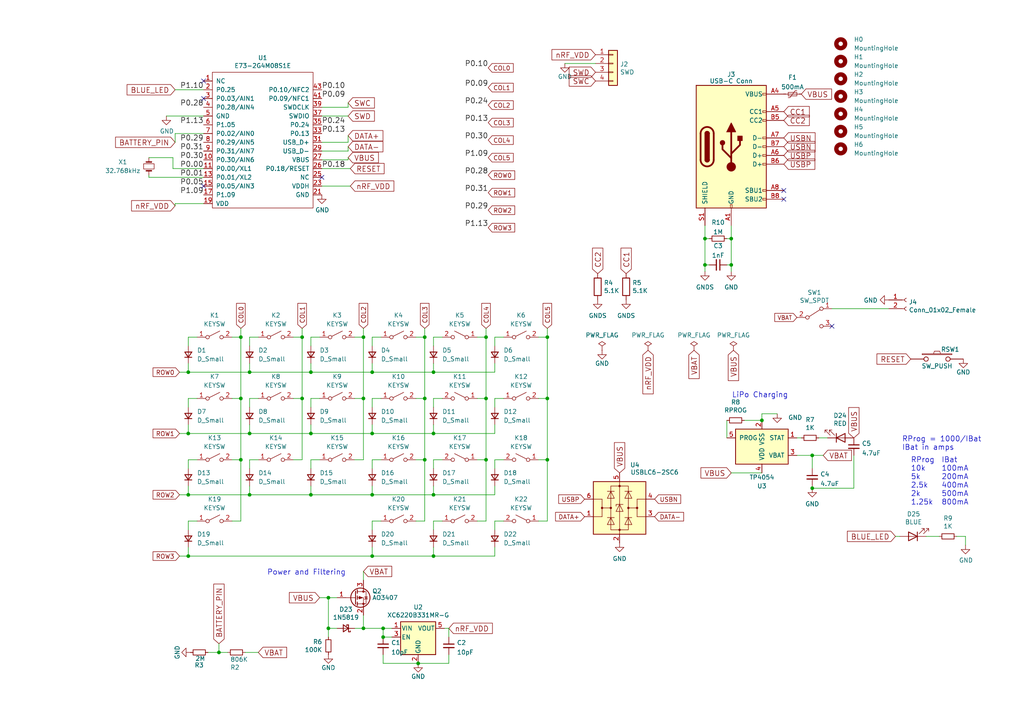
<source format=kicad_sch>
(kicad_sch (version 20230121) (generator eeschema)
  (paper "A4")
  (title_block (title "Skean") (date "2023-03-15") (rev "0.3"))
  (junction (at 235.585 141.605))
  (junction (at 95.25 173.355))
  (junction (at 107.95 107.95) (diameter 0.9144))
  (junction (at 235.585 132.08))
  (junction (at 69.85 97.79) (diameter 0.9144))
  (junction (at 111.125 184.785))
  (junction (at 105.41 182.245))
  (junction (at 54.61 107.95) (diameter 0.9144))
  (junction (at 121.285 192.405))
  (junction (at 72.39 125.73) (diameter 0.9144))
  (junction (at 125.73 143.51) (diameter 0.9144))
  (junction (at 54.61 125.73) (diameter 0.9144))
  (junction (at 204.47 69.215))
  (junction (at 212.09 69.215))
  (junction (at 105.41 115.57) (diameter 0.9144))
  (junction (at 69.85 133.35) (diameter 0.9144))
  (junction (at 123.19 97.79) (diameter 0.9144))
  (junction (at 69.85 115.57) (diameter 0.9144))
  (junction (at 72.39 143.51) (diameter 0.9144))
  (junction (at 125.73 107.95) (diameter 0.9144))
  (junction (at 87.63 115.57) (diameter 0.9144))
  (junction (at 107.95 143.51) (diameter 0.9144))
  (junction (at 212.09 76.835))
  (junction (at 158.75 97.79) (diameter 0.9144))
  (junction (at 140.97 115.57) (diameter 0.9144))
  (junction (at 54.61 143.51) (diameter 0.9144))
  (junction (at 125.73 125.73) (diameter 0.9144))
  (junction (at 158.75 115.57) (diameter 0.9144))
  (junction (at 87.63 97.79) (diameter 0.9144))
  (junction (at 123.19 115.57) (diameter 0.9144))
  (junction (at 90.17 143.51) (diameter 0.9144))
  (junction (at 105.41 97.79) (diameter 0.9144))
  (junction (at 204.47 76.835))
  (junction (at 95.25 182.245))
  (junction (at 90.17 107.95) (diameter 0.9144))
  (junction (at 123.19 133.35) (diameter 0.9144))
  (junction (at 140.97 97.79) (diameter 0.9144))
  (junction (at 111.125 182.245))
  (junction (at 107.95 125.73) (diameter 0.9144))
  (junction (at 140.97 133.35) (diameter 0.9144))
  (junction (at 220.98 121.92))
  (junction (at 72.39 107.95) (diameter 0.9144))
  (junction (at 107.95 161.29) (diameter 0.9144))
  (junction (at 54.61 161.29) (diameter 0.9144))
  (junction (at 63.5 189.23))
  (junction (at 90.17 125.73) (diameter 0.9144))
  (junction (at 158.75 133.35) (diameter 0.9144))
  (junction (at 125.73 161.29) (diameter 0.9144))
  (no_connect (at 227.33 55.245))
  (no_connect (at 59.055 28.575))
  (no_connect (at 227.33 57.785))
  (no_connect (at 59.055 53.975))
  (no_connect (at 241.3 94.615))
  (no_connect (at 59.055 23.495))
  (no_connect (at 93.345 51.435))
  (wire (pts (xy 143.51 133.35) (xy 143.51 135.89)))
  (wire (pts (xy 72.39 143.51) (xy 90.17 143.51)))
  (wire (pts (xy 158.75 115.57) (xy 158.75 133.35)))
  (wire (pts (xy 277.495 155.575) (xy 280.035 155.575)))
  (wire (pts (xy 210.82 69.215) (xy 212.09 69.215)))
  (wire (pts (xy 100.965 39.37) (xy 100.965 41.275)))
  (wire (pts (xy 125.73 133.35) (xy 125.73 135.89)))
  (wire (pts (xy 143.51 123.19) (xy 143.51 125.73)))
  (wire (pts (xy 74.93 97.79) (xy 72.39 97.79)))
  (wire (pts (xy 54.61 107.95) (xy 72.39 107.95)))
  (wire (pts (xy 102.87 115.57) (xy 105.41 115.57)))
  (wire (pts (xy 128.27 133.35) (xy 125.73 133.35)))
  (wire (pts (xy 63.5 186.69) (xy 63.5 189.23)))
  (wire (pts (xy 143.51 105.41) (xy 143.51 107.95)))
  (wire (pts (xy 72.39 105.41) (xy 72.39 107.95)))
  (wire (pts (xy 220.98 120.015) (xy 220.98 121.92)))
  (wire (pts (xy 225.425 120.015) (xy 220.98 120.015)))
  (wire (pts (xy 143.51 143.51) (xy 143.51 140.97)))
  (wire (pts (xy 87.63 97.79) (xy 87.63 115.57)))
  (wire (pts (xy 110.49 151.13) (xy 107.95 151.13)))
  (wire (pts (xy 158.75 133.35) (xy 158.75 151.13)))
  (wire (pts (xy 54.61 143.51) (xy 72.39 143.51)))
  (wire (pts (xy 210.82 76.835) (xy 212.09 76.835)))
  (wire (pts (xy 125.73 123.19) (xy 125.73 125.73)))
  (wire (pts (xy 232.41 127) (xy 231.14 127)))
  (wire (pts (xy 54.61 123.19) (xy 54.61 125.73)))
  (wire (pts (xy 54.61 125.73) (xy 72.39 125.73)))
  (wire (pts (xy 125.73 140.97) (xy 125.73 143.51)))
  (wire (pts (xy 125.73 105.41) (xy 125.73 107.95)))
  (wire (pts (xy 87.63 95.25) (xy 87.63 97.79)))
  (wire (pts (xy 95.25 184.785) (xy 95.25 182.245)))
  (wire (pts (xy 52.07 107.95) (xy 54.61 107.95)))
  (wire (pts (xy 172.72 18.415) (xy 163.83 18.415)))
  (wire (pts (xy 105.41 182.245) (xy 111.125 182.245)))
  (wire (pts (xy 123.19 95.25) (xy 123.19 97.79)))
  (wire (pts (xy 143.51 115.57) (xy 143.51 118.11)))
  (wire (pts (xy 102.87 133.35) (xy 105.41 133.35)))
  (wire (pts (xy 158.75 97.79) (xy 158.75 115.57)))
  (wire (pts (xy 140.97 97.79) (xy 140.97 115.57)))
  (wire (pts (xy 120.65 115.57) (xy 123.19 115.57)))
  (wire (pts (xy 90.17 105.41) (xy 90.17 107.95)))
  (wire (pts (xy 128.27 115.57) (xy 125.73 115.57)))
  (wire (pts (xy 105.41 178.435) (xy 105.41 182.245)))
  (wire (pts (xy 138.43 97.79) (xy 140.97 97.79)))
  (wire (pts (xy 107.95 105.41) (xy 107.95 107.95)))
  (wire (pts (xy 158.75 95.25) (xy 158.75 97.79)))
  (wire (pts (xy 100.965 46.355) (xy 93.345 46.355)))
  (wire (pts (xy 107.95 123.19) (xy 107.95 125.73)))
  (wire (pts (xy 235.585 140.97) (xy 235.585 141.605)))
  (wire (pts (xy 123.19 133.35) (xy 123.19 151.13)))
  (wire (pts (xy 110.49 133.35) (xy 107.95 133.35)))
  (wire (pts (xy 140.97 133.35) (xy 140.97 151.13)))
  (wire (pts (xy 72.39 115.57) (xy 72.39 118.11)))
  (wire (pts (xy 156.21 151.13) (xy 158.75 151.13)))
  (wire (pts (xy 85.09 133.35) (xy 87.63 133.35)))
  (wire (pts (xy 128.905 182.245) (xy 130.175 182.245)))
  (wire (pts (xy 120.65 133.35) (xy 123.19 133.35)))
  (wire (pts (xy 107.95 158.75) (xy 107.95 161.29)))
  (wire (pts (xy 72.39 123.19) (xy 72.39 125.73)))
  (wire (pts (xy 50.8 59.055) (xy 59.055 59.055)))
  (wire (pts (xy 54.61 115.57) (xy 54.61 118.11)))
  (wire (pts (xy 67.31 151.13) (xy 69.85 151.13)))
  (wire (pts (xy 50.8 59.055) (xy 50.8 59.69)))
  (wire (pts (xy 92.71 133.35) (xy 90.17 133.35)))
  (wire (pts (xy 111.125 189.865) (xy 111.125 192.405)))
  (wire (pts (xy 130.175 189.865) (xy 130.175 192.405)))
  (wire (pts (xy 107.95 161.29) (xy 125.73 161.29)))
  (wire (pts (xy 204.47 65.405) (xy 204.47 69.215)))
  (wire (pts (xy 63.5 189.23) (xy 60.325 189.23)))
  (wire (pts (xy 93.345 48.895) (xy 101.6 48.895)))
  (wire (pts (xy 43.18 51.435) (xy 59.055 51.435)))
  (wire (pts (xy 215.9 121.92) (xy 220.98 121.92)))
  (wire (pts (xy 54.61 151.13) (xy 54.61 153.67)))
  (wire (pts (xy 111.125 192.405) (xy 121.285 192.405)))
  (wire (pts (xy 54.61 105.41) (xy 54.61 107.95)))
  (wire (pts (xy 143.51 158.75) (xy 143.51 161.29)))
  (wire (pts (xy 102.87 97.79) (xy 105.41 97.79)))
  (wire (pts (xy 241.3 89.535) (xy 257.81 89.535)))
  (wire (pts (xy 212.09 65.405) (xy 212.09 69.215)))
  (wire (pts (xy 212.09 69.215) (xy 212.09 76.835)))
  (wire (pts (xy 212.09 76.835) (xy 212.09 78.74)))
  (wire (pts (xy 120.65 151.13) (xy 123.19 151.13)))
  (wire (pts (xy 54.61 140.97) (xy 54.61 143.51)))
  (wire (pts (xy 120.65 97.79) (xy 123.19 97.79)))
  (wire (pts (xy 69.85 97.79) (xy 69.85 115.57)))
  (wire (pts (xy 111.125 182.245) (xy 113.665 182.245)))
  (wire (pts (xy 107.95 125.73) (xy 125.73 125.73)))
  (wire (pts (xy 57.15 151.13) (xy 54.61 151.13)))
  (wire (pts (xy 146.05 115.57) (xy 143.51 115.57)))
  (wire (pts (xy 107.95 107.95) (xy 125.73 107.95)))
  (wire (pts (xy 67.31 133.35) (xy 69.85 133.35)))
  (wire (pts (xy 52.07 125.73) (xy 54.61 125.73)))
  (wire (pts (xy 107.95 115.57) (xy 107.95 118.11)))
  (wire (pts (xy 50.165 48.895) (xy 59.055 48.895)))
  (wire (pts (xy 110.49 115.57) (xy 107.95 115.57)))
  (wire (pts (xy 138.43 133.35) (xy 140.97 133.35)))
  (wire (pts (xy 74.93 189.23) (xy 71.12 189.23)))
  (wire (pts (xy 67.31 97.79) (xy 69.85 97.79)))
  (wire (pts (xy 125.73 125.73) (xy 143.51 125.73)))
  (wire (pts (xy 138.43 151.13) (xy 140.97 151.13)))
  (wire (pts (xy 100.965 29.845) (xy 100.965 31.115)))
  (wire (pts (xy 130.175 192.405) (xy 121.285 192.405)))
  (wire (pts (xy 105.41 95.25) (xy 105.41 97.79)))
  (wire (pts (xy 204.47 69.215) (xy 204.47 76.835)))
  (wire (pts (xy 204.47 76.835) (xy 204.47 78.74)))
  (wire (pts (xy 204.47 76.835) (xy 205.74 76.835)))
  (wire (pts (xy 125.73 115.57) (xy 125.73 118.11)))
  (wire (pts (xy 93.345 53.975) (xy 101.6 53.975)))
  (wire (pts (xy 43.18 51.435) (xy 43.18 50.8)))
  (wire (pts (xy 85.09 115.57) (xy 87.63 115.57)))
  (wire (pts (xy 90.17 133.35) (xy 90.17 135.89)))
  (wire (pts (xy 156.21 97.79) (xy 158.75 97.79)))
  (wire (pts (xy 146.05 151.13) (xy 143.51 151.13)))
  (wire (pts (xy 125.73 158.75) (xy 125.73 161.29)))
  (wire (pts (xy 52.07 161.29) (xy 54.61 161.29)))
  (wire (pts (xy 54.61 161.29) (xy 107.95 161.29)))
  (wire (pts (xy 125.73 161.29) (xy 143.51 161.29)))
  (wire (pts (xy 247.65 132.08) (xy 247.65 141.605)))
  (wire (pts (xy 247.65 141.605) (xy 235.585 141.605)))
  (wire (pts (xy 90.17 140.97) (xy 90.17 143.51)))
  (wire (pts (xy 72.39 97.79) (xy 72.39 100.33)))
  (wire (pts (xy 110.49 97.79) (xy 107.95 97.79)))
  (wire (pts (xy 100.965 45.72) (xy 100.965 46.355)))
  (wire (pts (xy 57.15 133.35) (xy 54.61 133.35)))
  (wire (pts (xy 90.17 115.57) (xy 90.17 118.11)))
  (wire (pts (xy 125.73 143.51) (xy 143.51 143.51)))
  (wire (pts (xy 90.17 107.95) (xy 107.95 107.95)))
  (wire (pts (xy 240.03 127) (xy 237.49 127)))
  (wire (pts (xy 143.51 97.79) (xy 143.51 100.33)))
  (wire (pts (xy 72.39 107.95) (xy 90.17 107.95)))
  (wire (pts (xy 50.165 45.72) (xy 43.18 45.72)))
  (wire (pts (xy 50.165 48.895) (xy 50.165 45.72)))
  (wire (pts (xy 156.21 133.35) (xy 158.75 133.35)))
  (wire (pts (xy 72.39 133.35) (xy 72.39 135.89)))
  (wire (pts (xy 140.97 115.57) (xy 140.97 133.35)))
  (wire (pts (xy 280.035 158.115) (xy 280.035 155.575)))
  (wire (pts (xy 67.31 115.57) (xy 69.85 115.57)))
  (wire (pts (xy 95.25 173.355) (xy 97.79 173.355)))
  (wire (pts (xy 231.14 132.08) (xy 235.585 132.08)))
  (wire (pts (xy 235.585 132.08) (xy 238.76 132.08)))
  (wire (pts (xy 50.8 38.735) (xy 50.8 41.275)))
  (wire (pts (xy 235.585 132.08) (xy 235.585 135.89)))
  (wire (pts (xy 85.09 97.79) (xy 87.63 97.79)))
  (wire (pts (xy 128.27 151.13) (xy 125.73 151.13)))
  (wire (pts (xy 54.61 158.75) (xy 54.61 161.29)))
  (wire (pts (xy 107.95 140.97) (xy 107.95 143.51)))
  (wire (pts (xy 54.61 97.79) (xy 54.61 100.33)))
  (wire (pts (xy 156.21 115.57) (xy 158.75 115.57)))
  (wire (pts (xy 123.19 97.79) (xy 123.19 115.57)))
  (wire (pts (xy 95.25 182.245) (xy 97.79 182.245)))
  (wire (pts (xy 259.715 155.575) (xy 260.985 155.575)))
  (wire (pts (xy 92.71 115.57) (xy 90.17 115.57)))
  (wire (pts (xy 113.665 184.785) (xy 111.125 184.785)))
  (wire (pts (xy 52.07 143.51) (xy 54.61 143.51)))
  (wire (pts (xy 146.05 133.35) (xy 143.51 133.35)))
  (wire (pts (xy 140.97 95.25) (xy 140.97 97.79)))
  (wire (pts (xy 90.17 125.73) (xy 107.95 125.73)))
  (wire (pts (xy 125.73 151.13) (xy 125.73 153.67)))
  (wire (pts (xy 50.8 26.035) (xy 59.055 26.035)))
  (wire (pts (xy 123.19 115.57) (xy 123.19 133.35)))
  (wire (pts (xy 72.39 125.73) (xy 90.17 125.73)))
  (wire (pts (xy 100.965 42.545) (xy 100.965 43.815)))
  (wire (pts (xy 100.965 31.115) (xy 93.345 31.115)))
  (wire (pts (xy 57.15 115.57) (xy 54.61 115.57)))
  (wire (pts (xy 66.04 189.23) (xy 63.5 189.23)))
  (wire (pts (xy 72.39 140.97) (xy 72.39 143.51)))
  (wire (pts (xy 107.95 151.13) (xy 107.95 153.67)))
  (wire (pts (xy 100.965 41.275) (xy 93.345 41.275)))
  (wire (pts (xy 57.15 97.79) (xy 54.61 97.79)))
  (wire (pts (xy 204.47 69.215) (xy 205.74 69.215)))
  (wire (pts (xy 138.43 115.57) (xy 140.97 115.57)))
  (wire (pts (xy 100.965 43.815) (xy 93.345 43.815)))
  (wire (pts (xy 69.85 95.25) (xy 69.85 97.79)))
  (wire (pts (xy 50.8 38.735) (xy 59.055 38.735)))
  (wire (pts (xy 48.26 33.655) (xy 59.055 33.655)))
  (wire (pts (xy 100.965 33.655) (xy 93.345 33.655)))
  (wire (pts (xy 74.93 115.57) (xy 72.39 115.57)))
  (wire (pts (xy 125.73 97.79) (xy 125.73 100.33)))
  (wire (pts (xy 146.05 97.79) (xy 143.51 97.79)))
  (wire (pts (xy 92.71 173.355) (xy 95.25 173.355)))
  (wire (pts (xy 107.95 97.79) (xy 107.95 100.33)))
  (wire (pts (xy 210.82 121.92) (xy 210.82 127)))
  (wire (pts (xy 92.71 97.79) (xy 90.17 97.79)))
  (wire (pts (xy 90.17 97.79) (xy 90.17 100.33)))
  (wire (pts (xy 95.25 182.245) (xy 95.25 173.355)))
  (wire (pts (xy 107.95 133.35) (xy 107.95 135.89)))
  (wire (pts (xy 105.41 115.57) (xy 105.41 133.35)))
  (wire (pts (xy 87.63 115.57) (xy 87.63 133.35)))
  (wire (pts (xy 107.95 143.51) (xy 125.73 143.51)))
  (wire (pts (xy 69.85 115.57) (xy 69.85 133.35)))
  (wire (pts (xy 54.61 133.35) (xy 54.61 135.89)))
  (wire (pts (xy 69.85 133.35) (xy 69.85 151.13)))
  (wire (pts (xy 130.175 182.245) (xy 130.175 184.785)))
  (wire (pts (xy 105.41 165.735) (xy 105.41 168.275)))
  (wire (pts (xy 102.87 182.245) (xy 105.41 182.245)))
  (wire (pts (xy 212.09 137.16) (xy 220.98 137.16)))
  (wire (pts (xy 143.51 151.13) (xy 143.51 153.67)))
  (wire (pts (xy 111.125 184.785) (xy 111.125 182.245)))
  (wire (pts (xy 128.27 97.79) (xy 125.73 97.79)))
  (wire (pts (xy 90.17 143.51) (xy 107.95 143.51)))
  (wire (pts (xy 105.41 97.79) (xy 105.41 115.57)))
  (wire (pts (xy 74.93 133.35) (xy 72.39 133.35)))
  (wire (pts (xy 268.605 155.575) (xy 272.415 155.575)))
  (wire (pts (xy 90.17 123.19) (xy 90.17 125.73)))
  (wire (pts (xy 125.73 107.95) (xy 143.51 107.95)))
  (text "LiPo Charging\n" (at 228.6 115.57 0) (effects (font (size 1.524 1.524)) (justify right bottom)))
  (text "RProg = 1000/IBat\nIBat in amps" (at 261.62 130.81 0) (effects (font (size 1.524 1.524)) (justify left bottom)))
  (text "IBat\n100mA\n200mA\n400mA\n500mA\n800mA" (at 273.05 146.685 0) (effects (font (size 1.524 1.524)) (justify left bottom)))
  (text "Power and Filtering" (at 77.47 167.005 0) (effects (font (size 1.524 1.524)) (justify left bottom)))
  (text "RProg\n10k\n5k\n2.5k\n2k\n1.25k" (at 264.16 146.685 0) (effects (font (size 1.524 1.524)) (justify left bottom)))
  (label "P0.09" (at 141.605 25.4 180) (effects (font (size 1.524 1.524))))
  (label "P0.29" (at 141.605 60.96 180) (effects (font (size 1.524 1.524))))
  (label "P0.31" (at 59.055 43.815 180) (effects (font (size 1.524 1.524))))
  (label "P0.29" (at 59.055 41.275 180) (effects (font (size 1.524 1.524))))
  (label "P0.30" (at 141.605 40.64 180) (effects (font (size 1.524 1.524))))
  (label "P0.28" (at 59.055 31.115 180) (effects (font (size 1.524 1.524))))
  (label "P0.18" (at 93.345 48.895 0) (effects (font (size 1.524 1.524))))
  (label "P1.13" (at 141.605 66.04 180) (effects (font (size 1.524 1.524))))
  (label "P0.01" (at 59.055 51.435 180) (effects (font (size 1.524 1.524))))
  (label "P1.10" (at 59.055 26.035 180) (effects (font (size 1.524 1.524))))
  (label "P0.28" (at 141.605 50.8 180) (effects (font (size 1.524 1.524))))
  (label "P0.10" (at 93.345 26.035 0) (effects (font (size 1.524 1.524))))
  (label "P0.00" (at 59.055 48.895 180) (effects (font (size 1.524 1.524))))
  (label "P0.09" (at 93.345 28.575 0) (effects (font (size 1.524 1.524))))
  (label "P0.31" (at 141.605 55.88 180) (effects (font (size 1.524 1.524))))
  (label "P1.13" (at 59.055 36.195 180) (effects (font (size 1.524 1.524))))
  (label "P0.13" (at 93.345 38.735 0) (effects (font (size 1.524 1.524))))
  (label "P0.24" (at 93.345 36.195 0) (effects (font (size 1.524 1.524))))
  (label "P0.13" (at 141.605 35.56 180) (effects (font (size 1.524 1.524))))
  (label "P0.30" (at 59.055 46.355 180) (effects (font (size 1.524 1.524))))
  (label "P0.05" (at 59.055 53.975 180) (effects (font (size 1.524 1.524))))
  (label "P0.24" (at 141.605 30.48 180) (effects (font (size 1.524 1.524))))
  (label "P1.09" (at 59.055 56.515 180) (effects (font (size 1.524 1.524))))
  (label "P0.10" (at 141.605 19.685 180) (effects (font (size 1.524 1.524))))
  (label "P1.09" (at 141.605 45.72 180) (effects (font (size 1.524 1.524))))
  (global_label "VBUS" (shape input) (at 179.705 137.16 90) (effects (font (size 1.524 1.524))) (property "Intersheetrefs" "${INTERSHEET_REFS}" (effects hide)))
  (global_label "BLUE_LED" (shape input) (at 50.8 26.035 180) (effects (font (size 1.524 1.524))) (property "Intersheetrefs" "${INTERSHEET_REFS}" (effects hide)))
  (global_label "VBUS" (shape input) (at 100.965 45.72 0) (effects (font (size 1.524 1.524))) (property "Intersheetrefs" "${INTERSHEET_REFS}" (effects hide)))
  (global_label "ROW2" (shape input) (at 52.07 143.51 180) (property "Intersheetrefs" "${INTERSHEET_REFS}" (effects hide)))
  (global_label "CC1" (shape input) (at 227.33 32.385 0) (effects (font (size 1.524 1.524))) (property "Intersheetrefs" "${INTERSHEET_REFS}" (effects hide)))
  (global_label "USBN" (shape input) (at 189.865 144.78 0) (property "Intersheetrefs" "${INTERSHEET_REFS}" (effects hide)))
  (global_label "COL1" (shape input) (at 87.63 95.25 90) (property "Intersheetrefs" "${INTERSHEET_REFS}" (effects hide)))
  (global_label "VBAT" (shape input) (at 238.76 132.08 0) (effects (font (size 1.524 1.524))) (property "Intersheetrefs" "${INTERSHEET_REFS}" (effects hide)))
  (global_label "ROW1" (shape input) (at 52.07 125.73 180) (property "Intersheetrefs" "${INTERSHEET_REFS}" (effects hide)))
  (global_label "VBAT" (shape input) (at 74.93 189.23 0) (effects (font (size 1.524 1.524))) (property "Intersheetrefs" "${INTERSHEET_REFS}" (effects hide)))
  (global_label "nRF_VDD" (shape input) (at 187.96 101.6 270) (effects (font (size 1.524 1.524))) (property "Intersheetrefs" "${INTERSHEET_REFS}" (effects hide)))
  (global_label "BATTERY_PIN" (shape input) (at 50.8 41.275 180) (effects (font (size 1.524 1.524))) (property "Intersheetrefs" "${INTERSHEET_REFS}" (effects hide)))
  (global_label "BLUE_LED" (shape input) (at 259.715 155.575 180) (effects (font (size 1.524 1.524))) (property "Intersheetrefs" "${INTERSHEET_REFS}" (effects hide)))
  (global_label "CC2" (shape input) (at 173.355 79.375 90) (effects (font (size 1.524 1.524))) (property "Intersheetrefs" "${INTERSHEET_REFS}" (effects hide)))
  (global_label "VBUS" (shape input) (at 247.65 127 90) (effects (font (size 1.524 1.524))) (property "Intersheetrefs" "${INTERSHEET_REFS}" (effects hide)))
  (global_label "COL2" (shape input) (at 141.605 30.48 0) (property "Intersheetrefs" "${INTERSHEET_REFS}" (effects hide)))
  (global_label "RESET" (shape input) (at 264.16 104.14 180) (effects (font (size 1.524 1.524))) (property "Intersheetrefs" "${INTERSHEET_REFS}" (effects hide)))
  (global_label "VBAT" (shape input) (at 231.14 92.075 180) (effects (font (size 1.1938 1.1938))) (property "Intersheetrefs" "${INTERSHEET_REFS}" (effects hide)))
  (global_label "nRF_VDD" (shape input) (at 172.72 15.875 180) (effects (font (size 1.524 1.524))) (property "Intersheetrefs" "${INTERSHEET_REFS}" (effects hide)))
  (global_label "SWD" (shape input) (at 172.72 20.955 180) (effects (font (size 1.524 1.524))) (property "Intersheetrefs" "${INTERSHEET_REFS}" (effects hide)))
  (global_label "ROW2" (shape input) (at 141.605 60.96 0) (property "Intersheetrefs" "${INTERSHEET_REFS}" (effects hide)))
  (global_label "ROW0" (shape input) (at 141.605 50.8 0) (property "Intersheetrefs" "${INTERSHEET_REFS}" (effects hide)))
  (global_label "ROW1" (shape input) (at 141.605 55.88 0) (property "Intersheetrefs" "${INTERSHEET_REFS}" (effects hide)))
  (global_label "SWC" (shape input) (at 172.72 23.495 180) (effects (font (size 1.524 1.524))) (property "Intersheetrefs" "${INTERSHEET_REFS}" (effects hide)))
  (global_label "COL5" (shape input) (at 158.75 95.25 90) (property "Intersheetrefs" "${INTERSHEET_REFS}" (effects hide)))
  (global_label "BATTERY_PIN" (shape input) (at 63.5 186.69 90) (effects (font (size 1.524 1.524))) (property "Intersheetrefs" "${INTERSHEET_REFS}" (effects hide)))
  (global_label "USBP" (shape input) (at 169.545 144.78 180) (property "Intersheetrefs" "${INTERSHEET_REFS}" (effects hide)))
  (global_label "CC1" (shape input) (at 181.61 79.375 90) (effects (font (size 1.524 1.524))) (property "Intersheetrefs" "${INTERSHEET_REFS}" (effects hide)))
  (global_label "CC2" (shape input) (at 227.33 34.925 0) (effects (font (size 1.524 1.524))) (property "Intersheetrefs" "${INTERSHEET_REFS}" (effects hide)))
  (global_label "VBUS" (shape input) (at 92.71 173.355 180) (effects (font (size 1.524 1.524))) (property "Intersheetrefs" "${INTERSHEET_REFS}" (effects hide)))
  (global_label "COL4" (shape input) (at 141.605 40.64 0) (property "Intersheetrefs" "${INTERSHEET_REFS}" (effects hide)))
  (global_label "VBUS" (shape input) (at 212.725 101.6 270) (effects (font (size 1.524 1.524))) (property "Intersheetrefs" "${INTERSHEET_REFS}" (effects hide)))
  (global_label "ROW3" (shape input) (at 52.07 161.29 180) (property "Intersheetrefs" "${INTERSHEET_REFS}" (effects hide)))
  (global_label "VBAT" (shape input) (at 105.41 165.735 0) (effects (font (size 1.524 1.524))) (property "Intersheetrefs" "${INTERSHEET_REFS}" (effects hide)))
  (global_label "DATA-" (shape input) (at 189.865 149.86 0) (property "Intersheetrefs" "${INTERSHEET_REFS}" (effects hide)))
  (global_label "USBP" (shape input) (at 227.33 45.085 0) (effects (font (size 1.524 1.524))) (property "Intersheetrefs" "${INTERSHEET_REFS}" (effects hide)))
  (global_label "DATA+" (shape input) (at 100.965 39.37 0) (effects (font (size 1.524 1.524))) (property "Intersheetrefs" "${INTERSHEET_REFS}" (effects hide)))
  (global_label "VBAT" (shape input) (at 201.295 101.6 270) (effects (font (size 1.524 1.524))) (property "Intersheetrefs" "${INTERSHEET_REFS}" (effects hide)))
  (global_label "COL2" (shape input) (at 105.41 95.25 90) (property "Intersheetrefs" "${INTERSHEET_REFS}" (effects hide)))
  (global_label "ROW0" (shape input) (at 52.07 107.95 180) (property "Intersheetrefs" "${INTERSHEET_REFS}" (effects hide)))
  (global_label "USBN" (shape input) (at 227.33 40.005 0) (effects (font (size 1.524 1.524))) (property "Intersheetrefs" "${INTERSHEET_REFS}" (effects hide)))
  (global_label "DATA+" (shape input) (at 169.545 149.86 180) (property "Intersheetrefs" "${INTERSHEET_REFS}" (effects hide)))
  (global_label "SWC" (shape input) (at 100.965 29.845 0) (effects (font (size 1.524 1.524))) (property "Intersheetrefs" "${INTERSHEET_REFS}" (effects hide)))
  (global_label "RESET" (shape input) (at 101.6 48.895 0) (effects (font (size 1.524 1.524))) (property "Intersheetrefs" "${INTERSHEET_REFS}" (effects hide)))
  (global_label "COL1" (shape input) (at 141.605 25.4 0) (property "Intersheetrefs" "${INTERSHEET_REFS}" (effects hide)))
  (global_label "COL3" (shape input) (at 123.19 95.25 90) (property "Intersheetrefs" "${INTERSHEET_REFS}" (effects hide)))
  (global_label "nRF_VDD" (shape input) (at 101.6 53.975 0) (effects (font (size 1.524 1.524))) (property "Intersheetrefs" "${INTERSHEET_REFS}" (effects hide)))
  (global_label "COL3" (shape input) (at 141.605 35.56 0) (property "Intersheetrefs" "${INTERSHEET_REFS}" (effects hide)))
  (global_label "VBUS" (shape input) (at 232.41 27.305 0) (effects (font (size 1.524 1.524))) (property "Intersheetrefs" "${INTERSHEET_REFS}" (effects hide)))
  (global_label "USBN" (shape input) (at 227.33 42.545 0) (effects (font (size 1.524 1.524))) (property "Intersheetrefs" "${INTERSHEET_REFS}" (effects hide)))
  (global_label "ROW3" (shape input) (at 141.605 66.04 0) (property "Intersheetrefs" "${INTERSHEET_REFS}" (effects hide)))
  (global_label "USBP" (shape input) (at 227.33 47.625 0) (effects (font (size 1.524 1.524))) (property "Intersheetrefs" "${INTERSHEET_REFS}" (effects hide)))
  (global_label "SWD" (shape input) (at 100.965 33.655 0) (effects (font (size 1.524 1.524))) (property "Intersheetrefs" "${INTERSHEET_REFS}" (effects hide)))
  (global_label "COL4" (shape input) (at 140.97 95.25 90) (property "Intersheetrefs" "${INTERSHEET_REFS}" (effects hide)))
  (global_label "nRF_VDD" (shape input) (at 130.175 182.245 0) (effects (font (size 1.524 1.524))) (property "Intersheetrefs" "${INTERSHEET_REFS}" (effects hide)))
  (global_label "COL5" (shape input) (at 141.605 45.72 0) (property "Intersheetrefs" "${INTERSHEET_REFS}" (effects hide)))
  (global_label "nRF_VDD" (shape input) (at 50.8 59.69 180) (effects (font (size 1.524 1.524))) (property "Intersheetrefs" "${INTERSHEET_REFS}" (effects hide)))
  (global_label "DATA-" (shape input) (at 100.965 42.545 0) (effects (font (size 1.524 1.524))) (property "Intersheetrefs" "${INTERSHEET_REFS}" (effects hide)))
  (global_label "VBUS" (shape input) (at 212.09 137.16 180) (effects (font (size 1.524 1.524))) (property "Intersheetrefs" "${INTERSHEET_REFS}" (effects hide)))
  (global_label "COL0" (shape input) (at 141.605 19.685 0) (property "Intersheetrefs" "${INTERSHEET_REFS}" (effects hide)))
  (global_label "COL0" (shape input) (at 69.85 95.25 90) (property "Intersheetrefs" "${INTERSHEET_REFS}" (effects hide)))
  (symbol (lib_id "Switch:SW_SPDT") (at 236.22 92.075 0) (unit 1)
    (property "Reference" "SW1" (at 236.22 84.836 0))
    (property "Value" "SW_SPDT" (at 236.22 87.1474 0))
    (property "Footprint" "kbd:SW_SPDT+H-MSK12C01_hor(7pin_SMD)_REV" (effects hide))
  )
  (symbol (lib_id "Device:R_Small") (at 68.58 189.23 270) (unit 1)
    (property "Reference" "R2" (at 66.802 193.5734 90) (effects (justify left)))
    (property "Value" "806K" (at 66.802 191.262 90) (effects (justify left)))
    (property "Footprint" "kbd:R_0603_1608Metric_REV" (effects hide))
  )
  (symbol (lib_id "Device:R") (at 181.61 83.185 0) (unit 1)
    (property "Reference" "R5" (at 183.388 82.0166 0) (effects (justify left)))
    (property "Value" "5.1K" (at 183.388 84.328 0) (effects (justify left)))
    (property "Footprint" "kbd:R_0603_1608Metric_REV" (effects hide))
  )
  (symbol (lib_id "Device:R") (at 173.355 83.185 0) (unit 1)
    (property "Reference" "R4" (at 175.133 82.0166 0) (effects (justify left)))
    (property "Value" "5.1K" (at 175.133 84.328 0) (effects (justify left)))
    (property "Footprint" "kbd:R_0603_1608Metric_REV" (effects hide))
  )
  (symbol (lib_id "Keyboard_Components:KEYSW") (at 62.23 151.13 0) (unit 1)
    (property "Reference" "K19" (at 62.23 144.78 0))
    (property "Value" "KEYSW" (at 62.23 147.32 0))
    (property "Footprint" "kbd:MX-Alps-1U-REV" (effects hide))
  )
  (symbol (lib_id "Keyboard_Components:KEYSW") (at 115.57 97.79 0) (unit 1)
    (property "Reference" "K4" (at 115.57 91.44 0))
    (property "Value" "KEYSW" (at 115.57 93.98 0))
    (property "Footprint" "kbd:MX-Alps-1U-REV" (effects hide))
  )
  (symbol (lib_id "power:PWR_FLAG") (at 174.625 101.6 0) (unit 1)
    (property "Reference" "#FLG01" (effects hide))
    (property "Value" "PWR_FLAG" (at 174.625 97.2058 0))
  )
  (symbol (lib_id "Device:D_Small") (at 72.39 120.65 90) (unit 1)
    (property "Reference" "D8" (at 74.93 119.38 90) (effects (justify right)))
    (property "Value" "D_Small" (at 74.93 121.92 90) (effects (justify right)))
    (property "Footprint" "kbd:D3_SMD" (effects hide))
  )
  (symbol (lib_id "Regulator_Linear:AP2112K-3.3") (at 121.285 184.785 0) (unit 1)
    (property "Reference" "U2" (at 121.285 176.0982 0))
    (property "Value" "XC6220B331MR-G" (at 121.285 178.4096 0))
    (property "Footprint" "kbd:SOT-23-5_HandSoldering_REV" (effects hide))
    (property "Datasheet" "https://www.diodes.com/assets/Datasheets/AP2112.pdf" (effects hide))
  )
  (symbol (lib_id "Mechanical:MountingHole") (at 243.84 12.7 0) (unit 1)
    (property "Reference" "H0" (at 247.65 11.43 0) (effects (justify left)))
    (property "Value" "MountingHole" (at 247.65 13.97 0) (effects (justify left)))
    (property "Footprint" "kbd:M2-MountingHole-Standoff" (effects hide))
  )
  (symbol (lib_id "Device:R_Small") (at 213.36 121.92 90) (mirror x) (unit 1)
    (property "Reference" "R8" (at 213.36 116.6622 90))
    (property "Value" "RPROG" (at 213.36 118.9736 90))
    (property "Footprint" "kbd:R_0603_1608Metric_REV" (effects hide))
  )
  (symbol (lib_id "power:GNDS") (at 173.355 86.995 0) (unit 1)
    (property "Reference" "#PWR08" (effects hide))
    (property "Value" "GNDS" (at 173.355 91.5576 0))
  )
  (symbol (lib_id "Device:C_Small") (at 235.585 138.43 0) (unit 1)
    (property "Reference" "C4" (at 237.9092 137.5215 0) (effects (justify left)))
    (property "Value" "4.7uF" (at 237.9092 140.2966 0) (effects (justify left)))
    (property "Footprint" "kbd:C_0603_1608Metric_REV" (effects hide))
    (property "LCSC" "C19666" (effects hide))
  )
  (symbol (lib_id "Power_Protection:USBLC6-2SC6") (at 179.705 147.32 0) (unit 1)
    (property "Reference" "U4" (at 184.15 134.8444 0))
    (property "Value" "USBLC6-2SC6" (at 189.865 136.9845 0))
    (property "Footprint" "kbd:SOT-23-6_Handsoldering_REV" (effects hide))
    (property "Datasheet" "https://www.st.com/resource/en/datasheet/usblc6-2.pdf" (effects hide))
    (property "LCSC" "C558442" (effects hide))
  )
  (symbol (lib_id "Device:C_Small") (at 130.175 187.325 0) (unit 1)
    (property "Reference" "C2" (at 132.4992 186.4165 0) (effects (justify left)))
    (property "Value" "10pF" (at 132.4992 189.1916 0) (effects (justify left)))
    (property "Footprint" "kbd:C_0603_1608Metric_REV" (effects hide))
    (property "LCSC" "C1634" (effects hide))
  )
  (symbol (lib_id "Connector_Generic:Conn_01x04") (at 177.8 18.415 0) (unit 1)
    (property "Reference" "J2" (at 179.832 18.6182 0) (effects (justify left)))
    (property "Value" "SWD" (at 179.832 20.9296 0) (effects (justify left)))
    (property "Footprint" "kbd:connector_swd_REV" (effects hide))
  )
  (symbol (lib_id "Keyboard_Components:KEYSW") (at 80.01 115.57 0) (unit 1)
    (property "Reference" "K8" (at 80.01 109.22 0))
    (property "Value" "KEYSW" (at 80.01 111.76 0))
    (property "Footprint" "kbd:MX-Alps-1U-REV" (effects hide))
  )
  (symbol (lib_id "Mechanical:MountingHole") (at 243.84 38.1 0) (unit 1)
    (property "Reference" "H5" (at 247.65 36.83 0) (effects (justify left)))
    (property "Value" "MountingHole" (at 247.65 39.37 0) (effects (justify left)))
    (property "Footprint" "kbd:M2-MountingHole-Standoff" (effects hide))
  )
  (symbol (lib_id "Device:D_Small") (at 125.73 120.65 90) (unit 1)
    (property "Reference" "D11" (at 128.27 119.38 90) (effects (justify right)))
    (property "Value" "D_Small" (at 128.27 121.92 90) (effects (justify right)))
    (property "Footprint" "kbd:D3_SMD" (effects hide))
  )
  (symbol (lib_id "power:GND") (at 280.035 158.115 0) (unit 1)
    (property "Reference" "#PWR018" (effects hide))
    (property "Value" "GND" (at 280.162 162.5092 0))
  )
  (symbol (lib_id "Keyboard_Components:KEYSW") (at 151.13 115.57 0) (unit 1)
    (property "Reference" "K12" (at 151.13 109.22 0))
    (property "Value" "KEYSW" (at 151.13 111.76 0))
    (property "Footprint" "kbd:MX-Alps-1U-REV" (effects hide))
  )
  (symbol (lib_id "power:GND") (at 257.81 86.995 270) (unit 1)
    (property "Reference" "#PWR01" (effects hide))
    (property "Value" "GND" (at 254.5588 87.122 90) (effects (justify right)))
  )
  (symbol (lib_id "Mechanical:MountingHole") (at 243.84 27.94 0) (unit 1)
    (property "Reference" "H3" (at 247.65 26.67 0) (effects (justify left)))
    (property "Value" "MountingHole" (at 247.65 29.21 0) (effects (justify left)))
    (property "Footprint" "kbd:M2-MountingHole-Standoff" (effects hide))
  )
  (symbol (lib_id "power:GND") (at 163.83 18.415 0) (mirror y) (unit 1)
    (property "Reference" "#PWR06" (effects hide))
    (property "Value" "GND" (at 163.83 22.225 0))
  )
  (symbol (lib_id "power:PWR_FLAG") (at 201.295 101.6 0) (unit 1)
    (property "Reference" "#FLG03" (effects hide))
    (property "Value" "PWR_FLAG" (at 201.295 97.2058 0))
  )
  (symbol (lib_id "Device:Q_PMOS_GSD") (at 102.87 173.355 0) (unit 1)
    (property "Reference" "Q2" (at 107.95 171.45 0) (effects (justify left)))
    (property "Value" "AO3407" (at 107.95 173.355 0) (effects (justify left)))
    (property "Footprint" "kbd:SOT-23_Handsoldering_REV" (effects hide))
  )
  (symbol (lib_id "Mechanical:MountingHole") (at 243.84 17.78 0) (unit 1)
    (property "Reference" "H1" (at 247.65 16.51 0) (effects (justify left)))
    (property "Value" "MountingHole" (at 247.65 19.05 0) (effects (justify left)))
    (property "Footprint" "kbd:M2-MountingHole-Standoff" (effects hide))
  )
  (symbol (lib_id "Connector:USB_C_Receptacle_USB2.0") (at 212.09 42.545 0) (unit 1)
    (property "Reference" "J3" (at 212.09 21.59 0))
    (property "Value" "USB-C Conn" (at 212.09 23.495 0))
    (property "Footprint" "kbd:USB-C_C168688_REV" (effects hide))
    (property "Datasheet" "https://www.usb.org/sites/default/files/documents/usb_type-c.zip" (effects hide))
  )
  (symbol (lib_id "Device:D_Small") (at 72.39 102.87 90) (unit 1)
    (property "Reference" "D2" (at 74.93 101.6 90) (effects (justify right)))
    (property "Value" "D_Small" (at 74.93 104.14 90) (effects (justify right)))
    (property "Footprint" "kbd:D3_SMD" (effects hide))
  )
  (symbol (lib_id "power:GND") (at 225.425 120.015 0) (unit 1)
    (property "Reference" "#PWR016" (effects hide))
    (property "Value" "GND" (at 228.6 121.0944 0) (effects (justify left)))
  )
  (symbol (lib_id "Device:C_Small") (at 111.125 187.325 0) (unit 1)
    (property "Reference" "C1" (at 113.4492 186.4165 0) (effects (justify left)))
    (property "Value" "10pF" (at 113.4492 189.1916 0) (effects (justify left)))
    (property "Footprint" "kbd:C_0603_1608Metric_REV" (effects hide))
    (property "LCSC" "C1634" (effects hide))
  )
  (symbol (lib_id "Device:D_Small") (at 90.17 138.43 90) (unit 1)
    (property "Reference" "D15" (at 92.71 137.16 90) (effects (justify right)))
    (property "Value" "D_Small" (at 92.71 139.7 90) (effects (justify right)))
    (property "Footprint" "kbd:D3_SMD" (effects hide))
  )
  (symbol (lib_id "power:GND") (at 235.585 141.605 0) (unit 1)
    (property "Reference" "#PWR017" (effects hide))
    (property "Value" "GND" (at 235.585 146.1676 0))
  )
  (symbol (lib_id "Device:D_Small") (at 143.51 120.65 90) (unit 1)
    (property "Reference" "D12" (at 146.05 119.38 90) (effects (justify right)))
    (property "Value" "D_Small" (at 146.05 121.92 90) (effects (justify right)))
    (property "Footprint" "kbd:D3_SMD" (effects hide))
  )
  (symbol (lib_id "power:GND") (at 95.25 189.865 0) (unit 1)
    (property "Reference" "#PWR013" (effects hide))
    (property "Value" "GND" (at 95.25 193.675 0))
  )
  (symbol (lib_id "Keyboard_Components:KEYSW") (at 115.57 151.13 0) (unit 1)
    (property "Reference" "K20" (at 115.57 144.78 0))
    (property "Value" "KEYSW" (at 115.57 147.32 0))
    (property "Footprint" "kbd:MX-Alps-1U-REV" (effects hide))
  )
  (symbol (lib_id "Mechanical:MountingHole") (at 243.84 22.86 0) (unit 1)
    (property "Reference" "H2" (at 247.65 21.59 0) (effects (justify left)))
    (property "Value" "MountingHole" (at 247.65 24.13 0) (effects (justify left)))
    (property "Footprint" "kbd:M2-MountingHole-Standoff" (effects hide))
  )
  (symbol (lib_id "Mechanical:MountingHole") (at 243.84 43.18 0) (unit 1)
    (property "Reference" "H6" (at 247.65 41.91 0) (effects (justify left)))
    (property "Value" "MountingHole" (at 247.65 44.45 0) (effects (justify left)))
    (property "Footprint" "kbd:M2-MountingHole-Standoff" (effects hide))
  )
  (symbol (lib_id "power:GND") (at 179.705 157.48 0) (unit 1)
    (property "Reference" "#PWR09" (effects hide))
    (property "Value" "GND" (at 179.705 162.0426 0))
  )
  (symbol (lib_id "Device:D_Small") (at 125.73 138.43 90) (unit 1)
    (property "Reference" "D17" (at 128.27 137.16 90) (effects (justify right)))
    (property "Value" "D_Small" (at 128.27 139.7 90) (effects (justify right)))
    (property "Footprint" "kbd:D3_SMD" (effects hide))
  )
  (symbol (lib_id "Device:D_Small") (at 125.73 156.21 90) (unit 1)
    (property "Reference" "D21" (at 128.27 154.94 90) (effects (justify right)))
    (property "Value" "D_Small" (at 128.27 157.48 90) (effects (justify right)))
    (property "Footprint" "kbd:D3_SMD" (effects hide))
  )
  (symbol (lib_id "Device:LED") (at 243.84 127 0) (mirror x) (unit 1)
    (property "Reference" "D24" (at 243.6622 120.523 0))
    (property "Value" "RED" (at 243.6622 122.8344 0))
    (property "Footprint" "kbd:LED_0603_1608Metric_REV" (effects hide))
  )
  (symbol (lib_id "power:GND") (at 121.285 192.405 0) (unit 1)
    (property "Reference" "#PWR014" (effects hide))
    (property "Value" "GND" (at 121.285 196.215 0))
  )
  (symbol (lib_id "Device:D_Small") (at 54.61 156.21 90) (unit 1)
    (property "Reference" "D19" (at 57.15 154.94 90) (effects (justify right)))
    (property "Value" "D_Small" (at 57.15 157.48 90) (effects (justify right)))
    (property "Footprint" "kbd:D3_SMD" (effects hide))
  )
  (symbol (lib_id "Keyboard_Components:KEYSW") (at 133.35 151.13 0) (unit 1)
    (property "Reference" "K21" (at 133.35 144.78 0))
    (property "Value" "KEYSW" (at 133.35 147.32 0))
    (property "Footprint" "kbd:MX-Alps-1U-REV" (effects hide))
  )
  (symbol (lib_id "Device:D_Small") (at 125.73 102.87 90) (unit 1)
    (property "Reference" "D5" (at 128.27 101.6 90) (effects (justify right)))
    (property "Value" "D_Small" (at 128.27 104.14 90) (effects (justify right)))
    (property "Footprint" "kbd:D3_SMD" (effects hide))
  )
  (symbol (lib_id "power:GND") (at 48.26 33.655 0) (unit 1)
    (property "Reference" "#PWR03" (effects hide))
    (property "Value" "GND" (at 48.387 38.0492 0))
  )
  (symbol (lib_id "power:GND") (at 174.625 101.6 0) (unit 1)
    (property "Reference" "#PWR011" (effects hide))
    (property "Value" "GND" (at 174.625 105.41 0))
  )
  (symbol (lib_id "power:GND") (at 212.09 78.74 0) (unit 1)
    (property "Reference" "#PWR015" (effects hide))
    (property "Value" "GND" (at 212.09 83.3026 0))
  )
  (symbol (lib_id "Device:Crystal_Small") (at 43.18 48.26 270) (mirror x) (unit 1)
    (property "Reference" "X1" (at 34.29 46.99 90) (effects (justify left)))
    (property "Value" "32.768kHz" (at 30.48 49.53 90) (effects (justify left)))
    (property "Footprint" "kbd:Crystal_SMD_MicroCrystal_CM9V-T1A-2Pin_1.6x1.0mm_HandSoldering_REV" (effects hide))
  )
  (symbol (lib_id "Battery_Management:MCP73831-3-OT") (at 220.98 129.54 0) (mirror x) (unit 1)
    (property "Reference" "U3" (at 220.98 140.97 0))
    (property "Value" "TP4054" (at 220.98 138.43 0))
    (property "Footprint" "kbd:SOT-23-5_HandSoldering_REV" (effects hide))
    (property "Datasheet" "http://ww1.microchip.com/downloads/en/DeviceDoc/20001984g.pdf" (effects hide))
  )
  (symbol (lib_id "Keyboard_Components:KEYSW") (at 62.23 115.57 0) (unit 1)
    (property "Reference" "K7" (at 62.23 109.22 0))
    (property "Value" "KEYSW" (at 62.23 111.76 0))
    (property "Footprint" "kbd:MX-Alps-1U-REV" (effects hide))
  )
  (symbol (lib_id "power:GND") (at 55.245 189.23 270) (unit 1)
    (property "Reference" "#PWR07" (effects hide))
    (property "Value" "GND" (at 51.435 189.23 0))
  )
  (symbol (lib_id "Keyboard_Components:KEYSW") (at 133.35 133.35 0) (mirror y) (unit 1)
    (property "Reference" "K17" (at 133.35 127 0))
    (property "Value" "KEYSW" (at 133.35 129.54 0))
    (property "Footprint" "kbd:MX-Alps-1U-REV" (effects hide))
  )
  (symbol (lib_id "Device:D_Small") (at 90.17 120.65 90) (unit 1)
    (property "Reference" "D9" (at 92.71 119.38 90) (effects (justify right)))
    (property "Value" "D_Small" (at 92.71 121.92 90) (effects (justify right)))
    (property "Footprint" "kbd:D3_SMD" (effects hide))
  )
  (symbol (lib_id "power:PWR_FLAG") (at 187.96 101.6 0) (unit 1)
    (property "Reference" "#FLG02" (effects hide))
    (property "Value" "PWR_FLAG" (at 187.96 97.2058 0))
  )
  (symbol (lib_id "power:GND") (at 93.345 56.515 0) (unit 1)
    (property "Reference" "#PWR04" (effects hide))
    (property "Value" "GND" (at 93.472 60.9092 0))
  )
  (symbol (lib_id "Keyboard_Components:KEYSW") (at 133.35 115.57 0) (mirror y) (unit 1)
    (property "Reference" "K11" (at 133.35 109.22 0))
    (property "Value" "KEYSW" (at 133.35 111.76 0))
    (property "Footprint" "kbd:MX-Alps-1U-REV" (effects hide))
  )
  (symbol (lib_id "Device:D_Schottky_Small") (at 100.33 182.245 180) (unit 1)
    (property "Reference" "D23" (at 100.33 176.7586 0))
    (property "Value" "1N5819" (at 100.33 179.07 0))
    (property "Footprint" "kbd:D_SOD-323_HandSoldering_REV" (effects hide))
  )
  (symbol (lib_id "Keyboard_Components:KEYSW") (at 97.79 133.35 0) (unit 1)
    (property "Reference" "K15" (at 97.79 127 0))
    (property "Value" "KEYSW" (at 97.79 129.54 0))
    (property "Footprint" "kbd:MX-Alps-1U-REV" (effects hide))
  )
  (symbol (lib_id "corne-cherry-rescue:SW_PUSH-kbd-corne-cherry-rescue") (at 271.78 104.14 0) (unit 1)
    (property "Reference" "RSW1" (at 275.59 101.346 0))
    (property "Value" "SW_PUSH" (at 271.78 106.172 0))
    (property "Footprint" "kbd:SW_SPST_EVQP7C_REV" (effects hide))
  )
  (symbol (lib_id "Device:D_Small") (at 90.17 102.87 90) (unit 1)
    (property "Reference" "D3" (at 92.71 101.6 90) (effects (justify right)))
    (property "Value" "D_Small" (at 92.71 104.14 90) (effects (justify right)))
    (property "Footprint" "kbd:D3_SMD" (effects hide))
  )
  (symbol (lib_id "Device:C_Small") (at 247.65 129.54 0) (unit 1)
    (property "Reference" "C5" (at 249.9742 128.6315 0) (effects (justify left)))
    (property "Value" "4.7uF" (at 249.9742 131.4066 0) (effects (justify left)))
    (property "Footprint" "kbd:C_0603_1608Metric_REV" (effects hide))
    (property "LCSC" "C19666" (effects hide))
  )
  (symbol (lib_id "Device:Polyfuse_Small") (at 229.87 27.305 90) (unit 1)
    (property "Reference" "F1" (at 229.87 22.4494 90))
    (property "Value" "500mA" (at 229.87 25.2245 90))
    (property "Footprint" "kbd:Fuse_1206_3216Metric_REV" (effects hide))
    (property "LCSC" "C883122" (effects hide))
  )
  (symbol (lib_id "Keyboard_Components:KEYSW") (at 97.79 97.79 0) (unit 1)
    (property "Reference" "K3" (at 97.79 91.44 0))
    (property "Value" "KEYSW" (at 97.79 93.98 0))
    (property "Footprint" "kbd:MX-Alps-1U-REV" (effects hide))
  )
  (symbol (lib_id "Keyboard_Components:KEYSW") (at 62.23 133.35 0) (unit 1)
    (property "Reference" "K13" (at 62.23 127 0))
    (property "Value" "KEYSW" (at 62.23 129.54 0))
    (property "Footprint" "kbd:MX-Alps-1U-REV" (effects hide))
  )
  (symbol (lib_id "Device:R_Small") (at 208.28 69.215 90) (unit 1)
    (property "Reference" "R10" (at 208.28 64.5118 90))
    (property "Value" "1M" (at 208.28 67.2869 90))
    (property "Footprint" "kbd:R_0603_1608Metric_REV" (effects hide))
    (property "LCSC" "C22935" (effects hide))
  )
  (symbol (lib_id "kbd_wl:E73-2G4M08S1E-52833-TOP") (at 76.835 51.435 0) (unit 1)
    (property "Reference" "U1" (at 76.2 16.764 0))
    (property "Value" "E73-2G4M08S1E" (at 76.2 19.0754 0))
    (property "Footprint" "kbd:E73-2G4M08S1E-52833_REV" (effects hide))
  )
  (symbol (lib_id "power:GNDS") (at 204.47 78.74 0) (unit 1)
    (property "Reference" "#PWR012" (effects hide))
    (property "Value" "GNDS" (at 204.47 83.3026 0))
  )
  (symbol (lib_id "power:GND") (at 279.4 104.14 0) (unit 1)
    (property "Reference" "#PWR02" (effects hide))
    (property "Value" "GND" (at 279.4 107.95 0))
  )
  (symbol (lib_id "Device:R_Small") (at 274.955 155.575 90) (unit 1)
    (property "Reference" "R9" (at 274.955 150.3172 90))
    (property "Value" "1K" (at 274.955 152.6286 90))
    (property "Footprint" "kbd:R_0603_1608Metric_REV" (effects hide))
  )
  (symbol (lib_id "Device:R_Small") (at 57.785 189.23 270) (unit 1)
    (property "Reference" "R3" (at 56.4134 192.913 90) (effects (justify left)))
    (property "Value" "2M" (at 56.642 191.008 90) (effects (justify left)))
    (property "Footprint" "kbd:R_0603_1608Metric_REV" (effects hide))
  )
  (symbol (lib_id "Device:R_Small") (at 95.25 187.325 0) (mirror y) (unit 1)
    (property "Reference" "R6" (at 93.472 186.1566 0) (effects (justify left)))
    (property "Value" "100K" (at 93.472 188.468 0) (effects (justify left)))
    (property "Footprint" "kbd:R_0603_1608Metric_REV" (effects hide))
  )
  (symbol (lib_id "Connector:Conn_01x02_Female") (at 262.89 86.995 0) (unit 1)
    (property "Reference" "J4" (at 263.6012 87.6046 0) (effects (justify left)))
    (property "Value" "Conn_01x02_Female" (at 263.6012 89.916 0) (effects (justify left)))
    (property "Footprint" "kbd:Battery_TH" (effects hide))
  )
  (symbol (lib_id "Mechanical:MountingHole") (at 243.84 33.02 0) (unit 1)
    (property "Reference" "H4" (at 247.65 31.75 0) (effects (justify left)))
    (property "Value" "MountingHole" (at 247.65 34.29 0) (effects (justify left)))
    (property "Footprint" "kbd:M2-MountingHole-Standoff" (effects hide))
  )
  (symbol (lib_id "Keyboard_Components:KEYSW") (at 151.13 151.13 0) (mirror y) (unit 1)
    (property "Reference" "K22" (at 151.13 144.78 0))
    (property "Value" "KEYSW" (at 151.13 147.32 0))
    (property "Footprint" "kbd:MX-Alps-1.5U-REV" (effects hide))
  )
  (symbol (lib_id "Device:D_Small") (at 54.61 120.65 90) (unit 1)
    (property "Reference" "D7" (at 57.15 119.38 90) (effects (justify right)))
    (property "Value" "D_Small" (at 57.15 121.92 90) (effects (justify right)))
    (property "Footprint" "kbd:D3_SMD" (effects hide))
  )
  (symbol (lib_id "Keyboard_Components:KEYSW") (at 62.23 97.79 0) (unit 1)
    (property "Reference" "K1" (at 62.23 91.44 0))
    (property "Value" "KEYSW" (at 62.23 93.98 0))
    (property "Footprint" "kbd:MX-Alps-1U-REV" (effects hide))
  )
  (symbol (lib_id "Device:D_Small") (at 54.61 102.87 90) (unit 1)
    (property "Reference" "D1" (at 57.15 101.6 90) (effects (justify right)))
    (property "Value" "D_Small" (at 57.15 104.14 90) (effects (justify right)))
    (property "Footprint" "kbd:D3_SMD" (effects hide))
  )
  (symbol (lib_id "Device:R_Small") (at 234.95 127 270) (mirror x) (unit 1)
    (property "Reference" "R7" (at 234.95 121.7422 90))
    (property "Value" "1K" (at 234.95 124.0536 90))
    (property "Footprint" "kbd:R_0603_1608Metric_REV" (effects hide))
  )
  (symbol (lib_id "Keyboard_Components:KEYSW") (at 80.01 97.79 0) (unit 1)
    (property "Reference" "K2" (at 80.01 91.44 0))
    (property "Value" "KEYSW" (at 80.01 93.98 0))
    (property "Footprint" "kbd:MX-Alps-1U-REV" (effects hide))
  )
  (symbol (lib_id "Keyboard_Components:KEYSW") (at 133.35 97.79 0) (mirror y) (unit 1)
    (property "Reference" "K5" (at 133.35 91.44 0))
    (property "Value" "KEYSW" (at 133.35 93.98 0))
    (property "Footprint" "kbd:MX-Alps-1U-REV" (effects hide))
  )
  (symbol (lib_id "Keyboard_Components:KEYSW") (at 115.57 133.35 0) (unit 1)
    (property "Reference" "K16" (at 115.57 127 0))
    (property "Value" "KEYSW" (at 115.57 129.54 0))
    (property "Footprint" "kbd:MX-Alps-1U-REV" (effects hide))
  )
  (symbol (lib_id "Device:D_Small") (at 143.51 138.43 90) (unit 1)
    (property "Reference" "D18" (at 146.05 137.16 90) (effects (justify right)))
    (property "Value" "D_Small" (at 146.05 139.7 90) (effects (justify right)))
    (property "Footprint" "kbd:D3_SMD" (effects hide))
  )
  (symbol (lib_id "Keyboard_Components:KEYSW") (at 151.13 97.79 0) (unit 1)
    (property "Reference" "K6" (at 151.13 91.44 0))
    (property "Value" "KEYSW" (at 151.13 93.98 0))
    (property "Footprint" "kbd:MX-Alps-1U-REV" (effects hide))
  )
  (symbol (lib_id "Device:D_Small") (at 143.51 156.21 90) (unit 1)
    (property "Reference" "D22" (at 146.05 154.94 90) (effects (justify right)))
    (property "Value" "D_Small" (at 146.05 157.48 90) (effects (justify right)))
    (property "Footprint" "kbd:D3_SMD" (effects hide))
  )
  (symbol (lib_id "Device:D_Small") (at 143.51 102.87 90) (unit 1)
    (property "Reference" "D6" (at 146.05 101.6 90) (effects (justify right)))
    (property "Value" "D_Small" (at 146.05 104.14 90) (effects (justify right)))
    (property "Footprint" "kbd:D3_SMD" (effects hide))
  )
  (symbol (lib_id "Device:D_Small") (at 107.95 102.87 90) (unit 1)
    (property "Reference" "D4" (at 110.49 101.6 90) (effects (justify right)))
    (property "Value" "D_Small" (at 110.49 104.14 90) (effects (justify right)))
    (property "Footprint" "kbd:D3_SMD" (effects hide))
  )
  (symbol (lib_id "Device:C_Small") (at 208.28 76.835 270) (unit 1)
    (property "Reference" "C3" (at 208.28 71.3063 90))
    (property "Value" "1nF" (at 208.28 74.0814 90))
    (property "Footprint" "kbd:C_0603_1608Metric_REV" (effects hide))
    (property "LCSC" "C1588" (effects hide))
  )
  (symbol (lib_id "Device:D_Small") (at 54.61 138.43 90) (unit 1)
    (property "Reference" "D13" (at 57.15 137.16 90) (effects (justify right)))
    (property "Value" "D_Small" (at 57.15 139.7 90) (effects (justify right)))
    (property "Footprint" "kbd:D3_SMD" (effects hide))
  )
  (symbol (lib_id "Device:LED") (at 264.795 155.575 180) (unit 1)
    (property "Reference" "D25" (at 264.9728 149.098 0))
    (property "Value" "BLUE" (at 264.9728 151.4094 0))
    (property "Footprint" "kbd:LED_0603_1608Metric_REV" (effects hide))
  )
  (symbol (lib_id "Keyboard_Components:KEYSW") (at 151.13 133.35 0) (mirror y) (unit 1)
    (property "Reference" "K18" (at 151.13 127 0))
    (property "Value" "KEYSW" (at 151.13 129.54 0))
    (property "Footprint" "kbd:MX-Alps-1U-REV" (effects hide))
  )
  (symbol (lib_id "Device:D_Small") (at 72.39 138.43 90) (unit 1)
    (property "Reference" "D14" (at 74.93 137.16 90) (effects (justify right)))
    (property "Value" "D_Small" (at 74.93 139.7 90) (effects (justify right)))
    (property "Footprint" "kbd:D3_SMD" (effects hide))
  )
  (symbol (lib_id "Device:D_Small") (at 107.95 120.65 90) (unit 1)
    (property "Reference" "D10" (at 110.49 119.38 90) (effects (justify right)))
    (property "Value" "D_Small" (at 110.49 121.92 90) (effects (justify right)))
    (property "Footprint" "kbd:D3_SMD" (effects hide))
  )
  (symbol (lib_id "Device:D_Small") (at 107.95 138.43 90) (unit 1)
    (property "Reference" "D16" (at 110.49 137.16 90) (effects (justify right)))
    (property "Value" "D_Small" (at 110.49 139.7 90) (effects (justify right)))
    (property "Footprint" "kbd:D3_SMD" (effects hide))
  )
  (symbol (lib_id "power:PWR_FLAG") (at 212.725 101.6 0) (unit 1)
    (property "Reference" "#FLG04" (effects hide))
    (property "Value" "PWR_FLAG" (at 212.725 97.2058 0))
  )
  (symbol (lib_id "Keyboard_Components:KEYSW") (at 115.57 115.57 0) (unit 1)
    (property "Reference" "K10" (at 115.57 109.22 0))
    (property "Value" "KEYSW" (at 115.57 111.76 0))
    (property "Footprint" "kbd:MX-Alps-1U-REV" (effects hide))
  )
  (symbol (lib_id "Device:D_Small") (at 107.95 156.21 90) (unit 1)
    (property "Reference" "D20" (at 110.49 154.94 90) (effects (justify right)))
    (property "Value" "D_Small" (at 110.49 157.48 90) (effects (justify right)))
    (property "Footprint" "kbd:D3_SMD" (effects hide))
  )
  (symbol (lib_id "Keyboard_Components:KEYSW") (at 80.01 133.35 0) (unit 1)
    (property "Reference" "K14" (at 80.01 127 0))
    (property "Value" "KEYSW" (at 80.01 129.54 0))
    (property "Footprint" "kbd:MX-Alps-1U-REV" (effects hide))
  )
  (symbol (lib_id "Keyboard_Components:KEYSW") (at 97.79 115.57 0) (unit 1)
    (property "Reference" "K9" (at 97.79 109.22 0))
    (property "Value" "KEYSW" (at 97.79 111.76 0))
    (property "Footprint" "kbd:MX-Alps-1U-REV" (effects hide))
  )
  (symbol (lib_id "power:GNDS") (at 181.61 86.995 0) (unit 1)
    (property "Reference" "#PWR010" (effects hide))
    (property "Value" "GNDS" (at 181.61 91.5576 0))
  )
)
</source>
